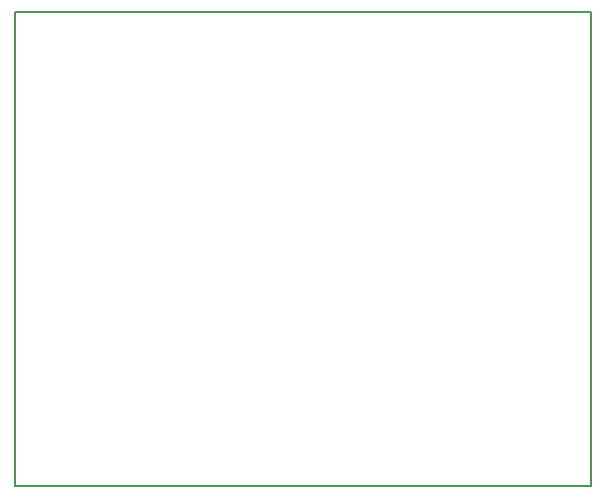
<source format=gbr>
%TF.GenerationSoftware,KiCad,Pcbnew,5.0.2+dfsg1-1*%
%TF.CreationDate,2020-04-21T12:17:55+02:00*%
%TF.ProjectId,minikame,6d696e69-6b61-46d6-952e-6b696361645f,v1.0*%
%TF.SameCoordinates,Original*%
%TF.FileFunction,Profile,NP*%
%FSLAX46Y46*%
G04 Gerber Fmt 4.6, Leading zero omitted, Abs format (unit mm)*
G04 Created by KiCad (PCBNEW 5.0.2+dfsg1-1) date di 21 apr 2020 12:17:55 CEST*
%MOMM*%
%LPD*%
G01*
G04 APERTURE LIST*
%ADD10C,0.150000*%
G04 APERTURE END LIST*
D10*
X118872000Y-123952000D02*
X118872000Y-83820000D01*
X167640000Y-123952000D02*
X118872000Y-123952000D01*
X167640000Y-83820000D02*
X167640000Y-123952000D01*
X118872000Y-83820000D02*
X167640000Y-83820000D01*
M02*

</source>
